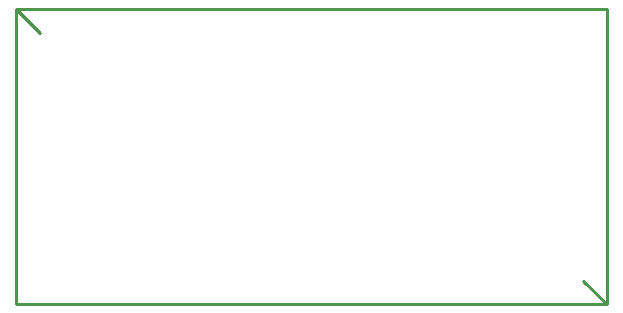
<source format=gm1>
%FSAX23Y23*%
%MOIN*%
G70*
G01*
G75*
G04 Layer_Color=16711935*
%ADD10R,0.059X0.059*%
%ADD11C,0.059*%
%ADD12R,0.053X0.053*%
%ADD13C,0.053*%
%ADD14C,0.055*%
%ADD15C,0.047*%
%ADD16R,0.059X0.059*%
%ADD17C,0.020*%
%ADD18C,0.010*%
%ADD19C,0.008*%
%ADD20C,0.008*%
%ADD21R,0.067X0.067*%
%ADD22C,0.067*%
%ADD23R,0.061X0.061*%
%ADD24C,0.061*%
%ADD25C,0.063*%
%ADD26C,0.055*%
%ADD27R,0.067X0.067*%
%ADD28C,0.008*%
D18*
X01969Y01969D02*
X03937D01*
X01969Y02953D02*
X03937D01*
X01969Y01969D02*
Y02953D01*
X03937Y01969D02*
Y02953D01*
X01969D02*
X02047Y02874D01*
X03858Y02047D02*
X03937Y01969D01*
M02*

</source>
